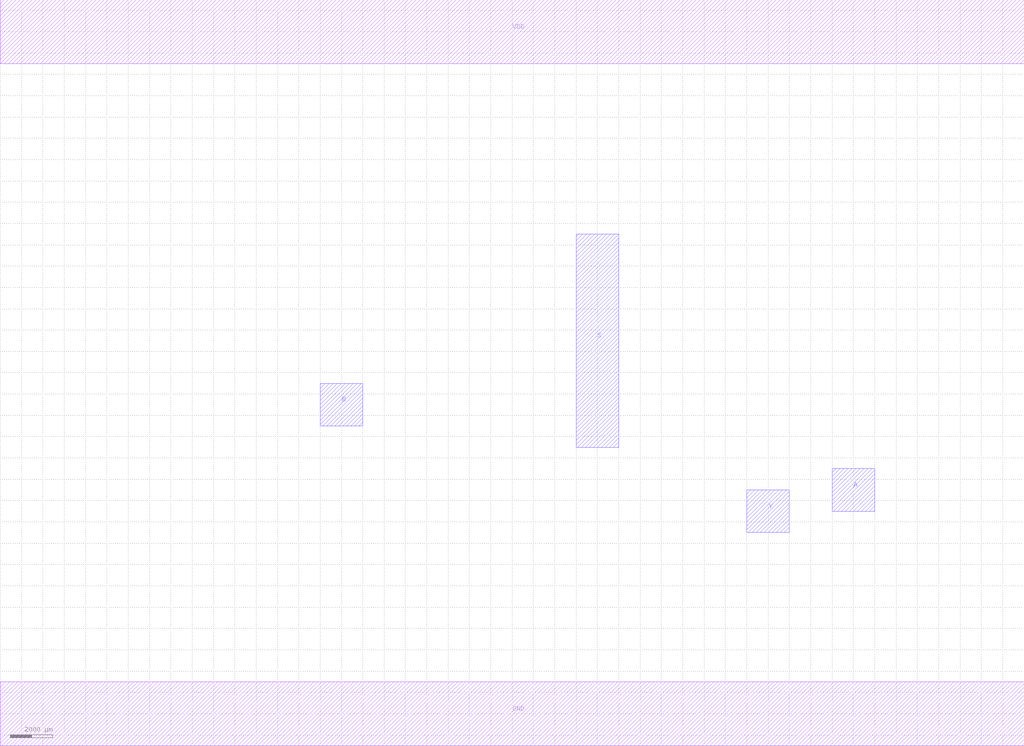
<source format=lef>
MACRO MUX2X1
 CLASS CORE ;
 ORIGIN 0 0 ;
 FOREIGN MUX2X1 0 0 ;
 SITE CORE ;
 SYMMETRY X Y R90 ;
  PIN VDD
   DIRECTION INOUT ;
   USE SIGNAL ;
   SHAPE ABUTMENT ;
    PORT
     CLASS CORE ;
       LAYER metal1 ;
        RECT 0.00000000 30500.00000000 48000.00000000 33500.00000000 ;
    END
  END VDD

  PIN GND
   DIRECTION INOUT ;
   USE SIGNAL ;
   SHAPE ABUTMENT ;
    PORT
     CLASS CORE ;
       LAYER metal1 ;
        RECT 0.00000000 -1500.00000000 48000.00000000 1500.00000000 ;
    END
  END GND

  PIN S
   DIRECTION INOUT ;
   USE SIGNAL ;
   SHAPE ABUTMENT ;
    PORT
     CLASS CORE ;
       LAYER metal2 ;
        RECT 27000.00000000 12500.00000000 29000.00000000 22500.00000000 ;
    END
  END S

  PIN B
   DIRECTION INOUT ;
   USE SIGNAL ;
   SHAPE ABUTMENT ;
    PORT
     CLASS CORE ;
       LAYER metal2 ;
        RECT 15000.00000000 13500.00000000 17000.00000000 15500.00000000 ;
    END
  END B

  PIN A
   DIRECTION INOUT ;
   USE SIGNAL ;
   SHAPE ABUTMENT ;
    PORT
     CLASS CORE ;
       LAYER metal2 ;
        RECT 39000.00000000 9500.00000000 41000.00000000 11500.00000000 ;
    END
  END A

  PIN Y
   DIRECTION INOUT ;
   USE SIGNAL ;
   SHAPE ABUTMENT ;
    PORT
     CLASS CORE ;
       LAYER metal2 ;
        RECT 35000.00000000 8500.00000000 37000.00000000 10500.00000000 ;
    END
  END Y


END MUX2X1

</source>
